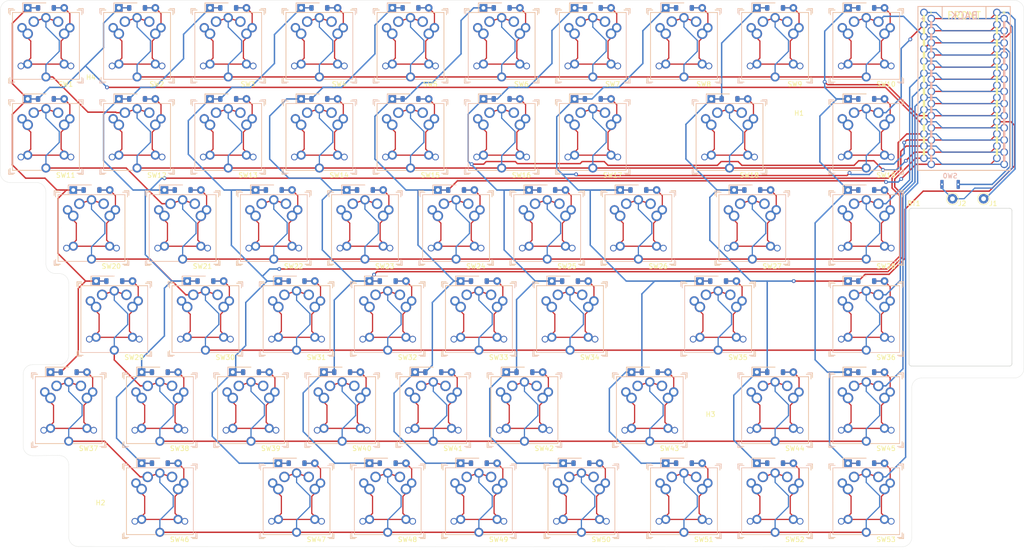
<source format=kicad_pcb>
(kicad_pcb (version 20240108) (generator "pcbnew") (generator_version "8.0")
  (layers (0 "F.Cu" signal) (31 "B.Cu" signal) (34 "B.Paste" user) (35 "F.Paste" user) (36 "B.SilkS" user "B.Silkscreen") (37 "F.SilkS" user "F.Silkscreen") (38 "B.Mask" user) (39 "F.Mask" user) (44 "Edge.Cuts" user))
  (net 0 "")
  (net 1 "/COL 5")
  (net 2 "/COL 4")
  (net 3 "/COL 3")
  (net 4 "/COL 2")
  (net 5 "/COL 1")
  (net 6 "/COL 0")
  (net 7 "/ROW 0")
  (net 8 "/ROW 1")
  (net 9 "/ROW 2")
  (net 10 "/ROW 4")
  (net 11 "/ROW 5")
  (net 12 "GND")
  (net 13 "Net-(U1-RST)")
  (net 14 "/ROW 3")
  (net 15 "+BATT")
  (net 16 "/COL 6")
  (net 18 "VCC")
  (net 21 "/COL 7")
  (net 22 "/COL 8")
  (footprint "Keyboard_CS:SW_UNIVERSAL_1.00u_PCB" (layer "F.Cu") (at 188.6997 44.3518)
    (property "Reference" "SW8")
    (property "Value" "~")
  )
  (footprint "Keyboard_CS:SW_UNIVERSAL_1.00u_PCB" (layer "F.Cu") (at 64.8747 82.4518)
    (property "Reference" "SW20")
    (property "Value" "~")
  )
  (footprint "Keyboard_CS:SW_UNIVERSAL_1.00u_PCB" (layer "F.Cu") (at 169.6497 44.3518)
    (property "Reference" "SW7")
    (property "Value" "~")
  )
  (footprint "Keyboard_CS:SW_UNIVERSAL_1.00u_PCB" (layer "F.Cu") (at 226.7997 139.6018)
    (property "Reference" "SW53")
    (property "Value" "~")
  )
  (footprint "Keyboard_CS:ProMicro_DUAL" (layer "F.Cu") (at 247.2467 53.8768 -90)
    (property "Reference" "U1" (hide yes))
    (property "Value" "~")
  )
  (footprint "Keyboard_CS:SW_UNIVERSAL_1.00u_PCB" (layer "F.Cu") (at 60.1122 120.5518)
    (property "Reference" "SW37")
    (property "Value" "~")
  )
  (footprint "Connector_Pin:Pin_D1.0mm_L10.0mm" (layer "F.Cu") (at 244.8247 76.3268)
    (property "Reference" "J2")
    (property "Value" "Conn_01x01_Pin")
  )
  (footprint "MountingHole:MountingHole_2.2mm_M2_DIN965" (layer "F.Cu") (at 212.7487 61.3268)
    (property "Reference" "H1")
    (property "Value" "MountingHole")
  )
  (footprint "Keyboard_CS:SW_UNIVERSAL_1.00u_PCB" (layer "F.Cu") (at 74.3997 44.3518)
    (property "Reference" "SW2")
    (property "Value" "~")
  )
  (footprint "Keyboard_CS:SW_UNIVERSAL_1.00u_PCB" (layer "F.Cu") (at 88.6872 101.5018)
    (property "Reference" "SW30")
    (property "Value" "~")
  )
  (footprint "Keyboard_CS:SW_UNIVERSAL_1.50u_PCB" (layer "F.Cu") (at 202.9872 82.4518)
    (property "Reference" "SW27")
    (property "Value" "~")
  )
  (footprint "Keyboard_CS:SW_UNIVERSAL_1.00u_PCB" (layer "F.Cu") (at 122.0247 82.4518)
    (property "Reference" "SW23")
    (property "Value" "~")
  )
  (footprint "Keyboard_CS:SW_UNIVERSAL_1.00u_PCB" (layer "F.Cu") (at 226.7997 44.3518)
    (property "Reference" "SW10")
    (property "Value" "~")
  )
  (footprint "Keyboard_CS:SW_UNIVERSAL_1.00u_PCB" (layer "F.Cu") (at 150.5997 63.4018)
    (property "Reference" "SW16")
    (property "Value" "~")
  )
  (footprint "Keyboard_CS:SW_UNIVERSAL_1.00u_PCB" (layer "F.Cu") (at 102.9747 82.4518)
    (property "Reference" "SW22")
    (property "Value" "~")
  )
  (footprint "Keyboard_CS:SW_UNIVERSAL_1.00u_PCB" (layer "F.Cu") (at 98.2122 120.5518)
    (property "Reference" "SW39")
    (property "Value" "~")
  )
  (footprint "Keyboard_CS:SW_UNIVERSAL_1.00u_PCB" (layer "F.Cu") (at 93.4497 63.4018)
    (property "Reference" "SW13")
    (property "Value" "~")
  )
  (footprint "Keyboard_CS:SW_UNIVERSAL_1.00u_PCB" (layer "F.Cu") (at 83.9247 82.4518)
    (property "Reference" "SW21")
    (property "Value" "~")
  )
  (footprint "Keyboard_CS:SW_UNIVERSAL_1.00u_PCB" (layer "F.Cu") (at 155.3622 120.5518)
    (property "Reference" "SW42")
    (property "Value" "~")
  )
  (footprint "Keyboard_CS:503020 battery hole" (layer "F.Cu") (at 235.7487 78.3268)
    (property "Reference" "BT1")
    (property "Value" "Battery_no_pin")
    (fp_line (start 0 32.5) (end 0 0.5) (stroke (width 0.12)) (layer "Edge.Cuts"))
    (fp_line (start 0.5 0) (end 21 0) (stroke (width 0.12)) (layer "Edge.Cuts"))
    (fp_line (start 21 33) (end 0.5 33) (stroke (width 0.12)) (layer "Edge.Cuts"))
    (fp_line (start 21.5 0.5) (end 21.5 32.5) (stroke (width 0.12)) (layer "Edge.Cuts"))
    (fp_arc (start 0 0.5) (mid 0.146447 0.146447) (end 0.5 0) (stroke (width 0.12)) (layer "Edge.Cuts"))
    (fp_arc (start 0.5 33) (mid 0.146447 32.853553) (end 0 32.5) (stroke (width 0.12)) (layer "Edge.Cuts"))
    (fp_arc (start 21 0) (mid 21.353553 0.146447) (end 21.5 0.5) (stroke (width 0.12)) (layer "Edge.Cuts"))
    (fp_arc (start 21.5 32.5) (mid 21.353553 32.853553) (end 21 33) (stroke (width 0.12)) (layer "Edge.Cuts"))
  )
  (footprint "Keyboard_CS:SW_UNIVERSAL_1.75u_PCB" (layer "F.Cu") (at 181.55595 120.5518)
    (property "Reference" "SW43")
    (property "Value" "~")
  )
  (footprint "MountingHole:MountingHole_2.2mm_M2_DIN965" (layer "F.Cu") (at 66.7487 142.8268)
    (property "Reference" "H2")
    (property "Value" "MountingHole")
  )
  (footprint "Keyboard_CS:SW_UNIVERSAL_1.00u_PCB" (layer "F.Cu") (at 112.4997 44.3518)
    (property "Reference" "SW4")
    (property "Value" "~")
  )
  (footprint "Keyboard_CS:SW_UNIVERSAL_1.00u_PCB" (layer "F.Cu") (at 169.6497 63.4018)
    (property "Reference" "SW17")
    (property "Value" "~")
  )
  (footprint "Keyboard_CS:SW_UNIVERSAL_1.00u_PCB" (layer "F.Cu") (at 55.3497 63.4018)
    (property "Reference" "SW11")
    (property "Value" "~")
  )
  (footprint "Keyboard_CS:SW_UNIVERSAL_1.00u_PCB" (layer "F.Cu") (at 126.7872 139.6018)
    (property "Reference" "SW48")
    (property "Value" "~")
  )
  (footprint "Keyboard_CS:SW_UNIVERSAL_1.00u_PCB" (layer "F.Cu") (at 131.5497 63.4018)
    (property "Reference" "SW15")
    (property "Value" "~")
  )
  (footprint "Keyboard_CS:SW_UNIVERSAL_1.00u_PCB" (layer "F.Cu") (at 179.1747 82.4518)
    (property "Reference" "SW26")
    (property "Value" "~")
  )
  (footprint "Keyboard_CS:SW_UNIVERSAL_1.00u_PCB" (layer "F.Cu") (at 141.0747 82.4518)
    (property "Reference" "SW24")
    (property "Value" "~")
  )
  (footprint "Keyboard_CS:SW_UNIVERSAL_2.00u_PCB" (layer "F.Cu") (at 79.1622 139.6018)
    (property "Reference" "SW46")
    (property "Value" "~")
  )
  (footprint "Keyboard_CS:SW_UNIVERSAL_1.00u_PCB" (layer "F.Cu") (at 226.7997 120.5518)
    (property "Reference" "SW45")
    (property "Value" "~")
  )
  (footprint "Keyboard_CS:SW_UNIVERSAL_1.00u_PCB" (layer "F.Cu") (at 207.7497 44.3518)
    (property "Reference" "SW9")
    (property "Value" "~")
  )
  (footprint "Keyboard_CS:SW_UNIVERSAL_1.00u_PCB" (layer "F.Cu") (at 207.7497 120.5518)
    (property "Reference" "SW44")
    (property "Value" "~")
  )
  (footprint "Keyboard_CS:SW_UNIVERSAL_1.00u_PCB" (layer "F.Cu") (at 226.7997 82.4518)
    (property "Reference" "SW28")
    (property "Value" "~")
  )
  (footprint "MountingHole:MountingHole_2.2mm_M2_DIN965" (layer "F.Cu") (at 194.2487 124.3268)
    (property "Reference" "H3")
    (property "Value" "MountingHole")
  )
  (footprint "Keyboard_CS:SW_UNIVERSAL_1.00u_PCB" (layer "F.Cu") (at 107.7372 139.6018)
    (property "Reference" "SW47")
    (property "Value" "~")
  )
  (footprint "Keyboard_CS:SW_UNIVERSAL_1.00u_PCB" (layer "F.Cu") (at 126.7872 101.5018)
    (property "Reference" "SW32")
    (property "Value" "~")
  )
  (footprint "Keyboard_CS:SW_UNIVERSAL_2.00u_PCB" (layer "F.Cu") (at 198.2247 63.4018)
    (property "Reference" "SW18")
    (property "Value" "~")
  )
  (footprint "Keyboard_CS:SW_UNIVERSAL_1.00u_PCB" (layer "F.Cu") (at 188.6997 139.6018)
    (property "Reference" "SW51")
    (property "Value" "~")
  )
  (footprint "Keyboard_CS:SW_UNIVERSAL_1.00u_PCB" (layer "F.Cu") (at 145.8372 139.6018)
    (property "Reference" "SW49")
    (property "Value" "~")
  )
  (footprint "Keyboard_CS:SW_UNIVERSAL_1.00u_PCB" (layer "F.Cu") (at 112.4997 63.4018)
    (property "Reference" "SW14")
    (property "Value" "~")
  )
  (footprint "Keyboard_CS:SW_UNIVERSAL_1.00u_PCB" (layer "F.Cu") (at 93.4497 44.3518)
    (property "Reference" "SW3")
    (property "Value" "~")
  )
  (footprint "Keyboard_CS:SW_UNIVERSAL_1.00u_PCB" (layer "F.Cu") (at 107.7372 101.5018)
    (property "Reference" "SW31")
    (property "Value" "~")
  )
  (footprint "Keyboard_CS:SW_UNIVERSAL_1.00u_PCB" (layer "F.Cu") (at 55.3497 44.3518)
    (property "Reference" "SW1")
    (property "Value" "~")
  )
  (footprint "Keyboard_CS:SW_UNIVERSAL_1.00u_PCB" (layer "F.Cu") (at 160.1247 82.4518)
    (property "Reference" "SW25")
    (property "Value" "~")
  )
  (footprint "Keyboard_CS:SW_UNIVERSAL_1.00u_PCB" (layer "F.Cu") (at 226.7997 63.4018)
    (property "Reference" "SW19")
    (property "Value" "~")
  )
  (footprint "Keyboard_CS:SW_UNIVERSAL_1.00u_PCB" (layer "F.Cu") (at 164.8872 101.5018)
    (property "Reference" "SW34")
    (property "Value" "~")
  )
  (footprint "Keyboard_CS:SW_UNIVERSAL_1.00u_PCB" (layer "F.Cu") (at 145.8372 101.5018)
    (property "Reference" "SW33")
    (property "Value" "~")
  )
  (footprint "Keyboard_CS:SW_UNIVERSAL_1.00u_PCB" (layer "F.Cu") (at 74.3997 63.4018)
    (property "Reference" "SW12")
    (property "Value" "~")
  )
  (footprint "Connector_Pin:Pin_D1.0mm_L10.0mm" (layer "F.Cu") (at 251.3247 76.3268)
    (property "Reference" "J1")
    (property "Value" "Conn_01x01_Pin")
  )
  (footprint "Keyboard_CS:SW_UNIVERSAL_1.00u_PCB" (layer "F.Cu") (at 150.5997 44.3518)
    (property "Reference" "SW6")
    (property "Value" "~")
  )
  (footprint "Keyboard_CS:SW_UNIVERSAL_1.00u_PCB" (layer "F.Cu") (at 207.7497 139.6018)
    (property "Reference" "SW52")
    (property "Value" "~")
  )
  (footprint "Keyboard_CS:SW_UNIVERSAL_1.00u_PCB" (layer "F.Cu") (at 167.26845 139.6018)
    (property "Reference" "SW50")
    (property "Value" "~")
  )
  (footprint "Keyboard_CS:SW_UNIVERSAL_1.00u_PCB" (layer "F.Cu") (at 226.7997 101.5018)
    (property "Reference" "SW36")
    (property "Value" "~")
  )
  (footprint "MountingHole:MountingHole_2.2mm_M2_DIN965" (layer "F.Cu") (at 64.7487 53.8268)
    (property "Reference" "H4")
    (property "Value" "MountingHole")
  )
  (footprint "Keyboard_CS:SW_UNIVERSAL_1.00u_PCB" (layer "F.Cu") (at 131.5497 44.3518)
    (property "Reference" "SW5")
    (property "Value" "~")
  )
  (footprint "Keyboard_CS:SW_UNIVERSAL_1.00u_PCB" (layer "F.Cu") (at 79.1622 120.5518)
    (property "Reference" "SW38")
    (property "Value" "~")
  )
  (footprint "Keyboard_CS:SW_UNIVERSAL_1.00u_PCB" (layer "F.Cu") (at 136.3122 120.5518)
    (property "Reference" "SW41")
    (property "Value" "~")
  )
  (footprint "Keyboard_CS:SW_UNIVERSAL_1.00u_PCB" (layer "F.Cu") (at 69.6372 101.5018)
    (property "Reference" "SW29")
    (property "Value" "~")
  )
  (footprint "Keyboard_CS:SW_UNIVERSAL_1.00u_PCB" (layer "F.Cu") (at 117.2622 120.5518)
    (property "Reference" "SW40")
    (property "Value" "~")
  )
  (footprint "Keyboard_CS:SW_UNIVERSAL_2.25u_PCB" (layer "F.Cu") (at 195.84345 101.5018)
    (property "Reference" "SW35")
    (property "Value" "~")
  )
  (footprint "Keyboard_CS:Reset_Switch" (layer "B.Cu") (at 244.3247 73.3268 180)
    (property "Reference" "SW0")
    (property "Value" "SW_Push")
  )
  (gr_line (start 257.7487 113.8268) (end 238.3247 113.8268) (stroke (width 0.05)) (layer "Edge.Cuts"))
  (gr_line (start 47.8247 34.8268) (end 257.7487 34.8268) (stroke (width 0.05)) (layer "Edge.Cuts"))
  (gr_line (start 58.1122 91.9768) (end 57.3497 91.9768) (stroke (width 0.05)) (layer "Edge.Cuts"))
  (gr_line (start 60.1122 132.0268) (end 60.1122 147.0768) (stroke (width 0.05)) (layer "Edge.Cuts"))
  (gr_arc (start 60.1122 109.0268) (mid 59.526414 110.441014) (end 58.1122 111.0268) (stroke (width 0.05)) (layer "Edge.Cuts"))
  (gr_line (start 60.1122 93.9768) (end 60.1122 109.0268) (stroke (width 0.05)) (layer "Edge.Cuts"))
  (gr_arc (start 58.1122 91.9768) (mid 59.526414 92.562586) (end 60.1122 93.9768) (stroke (width 0.05)) (layer "Edge.Cuts"))
  (gr_arc (start 259.7487 111.8268) (mid 259.162914 113.241014) (end 257.7487 113.8268) (stroke (width 0.05)) (layer "Edge.Cuts"))
  (gr_arc (start 45.8247 36.8268) (mid 46.410486 35.412586) (end 47.8247 34.8268) (stroke (width 0.05)) (layer "Edge.Cuts"))
  (gr_arc (start 52.5872 130.0768) (mid 51.172986 129.491014) (end 50.5872 128.0768) (stroke (width 0.05)) (layer "Edge.Cuts"))
  (gr_line (start 259.7487 36.8268) (end 259.7487 111.8268) (stroke (width 0.05)) (layer "Edge.Cuts"))
  (gr_arc (start 50.5872 113.0268) (mid 51.172986 111.612586) (end 52.5872 111.0268) (stroke (width 0.05)) (layer "Edge.Cuts"))
  (gr_arc (start 53.3497 72.9268) (mid 54.763914 73.512586) (end 55.3497 74.9268) (stroke (width 0.05)) (layer "Edge.Cuts"))
  (gr_arc (start 62.1122 149.0768) (mid 60.697986 148.491014) (end 60.1122 147.0768) (stroke (width 0.05)) (layer "Edge.Cuts"))
  (gr_line (start 52.5872 130.0768) (end 58.1122 130.0268) (stroke (width 0.05)) (layer "Edge.Cuts"))
  (gr_line (start 50.5872 113.0268) (end 50.5872 128.0768) (stroke (width 0.05)) (layer "Edge.Cuts"))
  (gr_line (start 236.3247 147.1268) (end 236.3247 115.8268) (stroke (width 0.05)) (layer "Edge.Cuts"))
  (gr_arc (start 47.8247 72.9268) (mid 46.410486 72.341014) (end 45.8247 70.9268) (stroke (width 0.05)) (layer "Edge.Cuts"))
  (gr_arc (start 236.3247 115.8268) (mid 236.910486 114.412586) (end 238.3247 113.8268) (stroke (width 0.05)) (layer "Edge.Cuts"))
  (gr_arc (start 57.3497 91.9768) (mid 55.935486 91.391014) (end 55.3497 89.9768) (stroke (width 0.05)) (layer "Edge.Cuts"))
  (gr_line (start 55.3497 74.9268) (end 55.3497 89.9768) (stroke (width 0.05)) (layer "Edge.Cuts"))
  (gr_line (start 58.1122 111.0268) (end 52.5872 111.0268) (stroke (width 0.05)) (layer "Edge.Cuts"))
  (gr_arc (start 257.7487 34.8268) (mid 259.162914 35.412586) (end 259.7487 36.8268) (stroke (width 0.05)) (layer "Edge.Cuts"))
  (gr_line (start 45.8247 36.8268) (end 45.8247 70.9268) (stroke (width 0.05)) (layer "Edge.Cuts"))
  (gr_arc (start 236.3247 147.1268) (mid 235.738914 148.541014) (end 234.3247 149.1268) (stroke (width 0.05)) (layer "Edge.Cuts"))
  (gr_arc (start 58.1122 130.0268) (mid 59.526414 130.612586) (end 60.1122 132.0268) (stroke (width 0.05)) (layer "Edge.Cuts"))
  (gr_line (start 53.3497 72.9268) (end 47.8247 72.9268) (stroke (width 0.05)) (layer "Edge.Cuts"))
  (gr_line (start 62.1122 149.0768) (end 234.3247 149.1268) (stroke (width 0.05)) (layer "Edge.Cuts"))
  (segment (start 146.818546 69.0978) (end 144.3372 69.0978) (width 0.3) (layer "F.Cu") (net 1))
  (segment (start 200.014373 68.5478) (end 196.4762 68.5478) (width 0.3) (layer "F.Cu") (net 1))
  (segment (start 230.2922 70.2918) (end 228.3872 68.3868) (width 0.3) (layer "F.Cu") (net 1))
  (segment (start 224.2512 69.3478) (end 200.814373 69.3478) (width 0.3) (layer "F.Cu") (net 1))
  (segment (start 200.814373 69.3478) (end 200.014373 68.5478) (width 0.3) (layer "F.Cu") (net 1))
  (segment (start 172.0332 68.5478) (end 167.4292 68.5478) (width 0.3) (layer "F.Cu") (net 1))
  (segment (start 172.8332 69.3478) (end 172.0332 68.5478) (width 0.3) (layer "F.Cu") (net 1))
  (segment (start 153.4572 68.5478) (end 147.368546 68.5478) (width 0.3) (layer "F.Cu") (net 1))
  (segment (start 236.880969 66.576796) (end 235.070965 68.3868) (width 0.3) (layer "F.Cu") (net 1))
  (segment (start 228.3872 68.3868) (end 225.2122 68.3868) (width 0.3) (layer "F.Cu") (net 1))
  (segment (start 225.2122 68.3868) (end 224.2512 69.3478) (width 0.3) (layer "F.Cu") (net 1))
  (segment (start 167.4292 68.5478) (end 166.996373 68.980627) (width 0.3) (layer "F.Cu") (net 1))
  (segment (start 147.368546 68.5478) (end 146.818546 69.0978) (width 0.3) (layer "F.Cu") (net 1))
  (segment (start 195.6762 69.3478) (end 172.8332 69.3478) (width 0.3) (layer "F.Cu") (net 1))
  (segment (start 196.4762 68.5478) (end 195.6762 69.3478) (width 0.3) (layer "F.Cu") (net 1))
  (segment (start 240.3887 66.576796) (end 236.880969 66.576796) (width 0.3) (layer "F.Cu") (net 1))
  (segment (start 153.890027 68.980627) (end 153.4572 68.5478) (width 0.3) (layer "F.Cu") (net 1))
  (segment (start 166.996373 68.980627) (end 153.890027 68.980627) (width 0.3) (layer "F.Cu") (net 1))
  (via (at 230.2922 70.2918) (size 0.8) (drill 0.4) (layers "F.Cu" "B.Cu") (net 1))
  (via (at 144.3372 69.0978) (size 0.8) (drill 0.4) (layers "F.Cu" "B.Cu") (net 1))
  (via (at 235.070965 68.3868) (size 0.8) (drill 0.4) (layers "F.Cu" "B.Cu") (net 1))
  (segment (start 157.5872 93.5518) (end 161.0772 93.5518) (width 0.3) (layer "B.Cu") (net 1))
  (segment (start 152.1122 53.0268) (end 156.1122 53.0268) (width 0.3) (layer "B.Cu") (net 1))
  (segment (start 157.6372 93.5518) (end 151.1122 87.0268) (width 0.3) (layer "B.Cu") (net 1))
  (segment (start 143.5988 68.5134) (end 143.5988 58.6427) (width 0.3) (layer "B.Cu") (net 1))
  (segment (start 233.165965 70.2918) (end 230.2922 70.2918) (width 0.3) (layer "B.Cu") (net 1))
  (segment (start 153.7372 131.6518) (end 148.1122 126.0268) (width 0.3) (layer "B.Cu") (net 1))
  (segment (start 156.1122 53.0268) (end 161.1122 48.0268) (width 0.3) (layer "B.Cu") (net 1))
  (segment (start 149.5872 74.5018) (end 143.5988 68.5134) (width 0.3) (layer "B.Cu") (net 1))
  (segment (start 161.1122 41.1293) (end 165.8397 36.4018) (width 0.3) (layer "B.Cu") (net 1))
  (segment (start 161.0772 93.5518) (end 157.6372 93.5518) (width 0.3) (layer "B.Cu") (net 1))
  (segment (start 156.3147 74.5018) (end 149.5872 74.5018) (width 0.3) (layer "B.Cu") (net 1))
  (segment (start 148.9497 55.4518) (end 149.6872 55.4518) (width 0.3) (layer "B.Cu") (net 1))
  (segment (start 161.1122 48.0268) (end 161.1122 41.1293) (width 0.3) (layer "B.Cu") (net 1))
  (segment (start 143.5988 58.6427) (end 146.7897 55.4518) (width 0.3) (layer "B.Cu") (net 1))
  (segment (start 153.7122 112.6018) (end 153.7122 97.4268) (width 0.3) (layer "B.Cu") (net 1))
  (segment (start 148.1122 116.0418) (end 151.5522 112.6018) (width 0.3) (layer "B.Cu") (net 1))
  (segment (start 235.070965 68.3868) (end 233.165965 70.2918) (width 0.3) (layer "B.Cu") (net 1))
  (segment (start 149.6872 55.4518) (end 152.1122 53.0268) (width 0.3) (layer "B.Cu") (net 1))
  (segment (start 151.1122 74.5018) (end 156.3147 74.5018) (width 0.3) (layer "B.Cu") (net 1))
  (segment (start 163.45845 131.6518) (end 153.7372 131.6518) (width 0.3) (layer "B.Cu") (net 1))
  (segment (start 148.1122 126.0268) (end 148.1122 116.0418) (width 0.3) (layer "B.Cu") (net 1))
  (segment (start 151.1122 87.0268) (end 151.1122 74.5018) (width 0.3) (layer "B.Cu") (net 1))
  (segment (start 153.7122 97.4268) (end 157.5872 93.5518) (width 0.3) (layer "B.Cu") (net 1))
  (segment (start 141.3457 72.5808) (end 139.4247 74.5018) (width 0.3) (layer "F.Cu") (net 2))
  (segment (start 237.182204 69.116796) (end 240.3887 69.116796) (width 0.3) (layer "F.Cu") (net 2))
  (segment (start 230.6762 72.5808) (end 141.3457 72.5808) (width 0.3) (layer "F.Cu") (net 2))
  (segment (start 234.1022 72.1968) (end 237.182204 69.116796) (width 0.3) (layer "F.Cu") (net 2))
  (segment (start 230.9272 72.8318) (end 230.6762 72.5808) (width 0.3) (layer "F.Cu") (net 2))
  (via (at 230.9272 72.8318) (size 0.8) (drill 0.4) (layers "F.Cu" "B.Cu") (net 2))
  (via (at 234.1022 72.1968) (size 0.8) (drill 0.4) (layers "F.Cu" "B.Cu") (net 2))
  (segment (start 144.7372 36.4018) (end 146.7897 36.4018) (width 0.3) (layer "B.Cu") (net 2))
  (segment (start 124.1122 59.0793) (end 127.7397 55.4518) (width 0.3) (layer "B.Cu") (net 2))
  (segment (start 133.1122 86.0268) (end 133.1122 74.5018) (width 0.3) (layer "B.Cu") (net 2))
  (segment (start 142.1122 39.0268) (end 144.7372 36.4018) (width 0.3) (layer "B.Cu") (net 2))
  (segment (start 137.2647 74.5018) (end 130.5872 74.5018) (width 0.3) (layer "B.Cu") (net 2))
  (segment (start 136.1122 111.1518) (end 136.1122 98.0268) (width 0.3) (layer "B.Cu") (net 2))
  (segment (start 129.8997 55.4518) (end 130.559096 55.4518) (width 0.3) (layer "B.Cu") (net 2))
  (segment (start 234.1022 72.1968) (end 233.4672 72.8318) (width 0.3) (layer "B.Cu") (net 2))
  (segment (start 133.984096 52.0268) (end 136.1122 52.0268) (width 0.3) (layer "B.Cu") (net 2))
  (segment (start 136.1122 52.0268) (end 142.1122 46.0268) (width 0.3) (layer "B.Cu") (net 2))
  (segment (start 136.1122 98.0268) (end 140.5872 93.5518) (width 0.3) (layer "B.Cu") (net 2))
  (segment (start 142.0272 131.6518) (end 134.7372 131.6518) (width 0.3) (layer "B.Cu") (net 2))
  (segment (start 142.1122 46.0268) (end 142.1122 39.0268) (width 0.3) (layer "B.Cu") (net 2))
  (segment (start 233.4672 72.8318) (end 230.9272 72.8318) (width 0.3) (layer "B.Cu") (net 2))
  (segment (start 134.6622 112.6018) (end 136.1122 111.1518) (width 0.3) (layer "B.Cu") (net 2))
  (segment (start 133.1122 74.5018) (end 137.2647 74.5018) (width 0.3) (layer "B.Cu") (net 2))
  (segment (start 128.1122 116.9918) (end 132.5022 112.6018) (width 0.3) (layer "B.Cu") (net 2))
  (segment (start 134.7372 131.6518) (end 128.1122 125.0268) (width 0.3) (layer "B.Cu") (net 2))
  (segment (start 128.1122 125.0268) (end 128.1122 116.9918) (width 0.3) (layer "B.Cu") (net 2))
  (segment (start 142.0272 93.5518) (end 140.6372 93.5518) (width 0.3) (layer "B.Cu") (net 2))
  (segment (start 124.1122 68.0268) (end 124.1122 59.0793) (width 0.3) (layer "B.Cu") (net 2))
  (segment (start 140.6372 93.5518) (end 133.1122 86.0268) (width 0.3) (layer "B.Cu") (net 2))
  (segment (start 130.559096 55.4518) (end 133.984096 52.0268) (width 0.3) (layer "B.Cu") (net 2))
  (segment (start 130.5872 74.5018) (end 124.1122 68.0268) (width 0.3) (layer "B.Cu") (net 2))
  (segment (start 140.5872 93.5518) (end 142.0272 93.5518) (width 0.3) (layer "B.Cu") (net 2))
  (segment (start 237.108174 67.8468) (end 238.8647 67.8468) (width 0.3) (layer "F.Cu") (net 3))
  (segment (start 232.7512 73.860602) (end 232.7512 72.203774) (width 0.3) (layer "F.Cu") (net 3))
  (segment (start 231.341674 91.5808) (end 234.3546 88.567874) (width 0.3) (layer "F.Cu") (net 3))
  (segment (start 123.9297 92.1993) (end 124.5482 91.5808) (width 0.3) (layer "F.Cu") (net 3))
  (segment (start 124.5482 91.5808) (end 231.341674 91.5808) (width 0.3) (layer "F.Cu") (net 3))
  (segment (start 234.3546 88.567874) (end 234.3546 75.464002) (width 0.3) (layer "F.Cu") (net 3))
  (segment (start 232.7512 72.203774) (end 237.108174 67.8468) (width 0.3) (layer "F.Cu") (net 3))
  (segment (start 234.3546 75.464002) (end 232.7512 73.860602) (width 0.3) (layer "F.Cu") (net 3))
  (via (at 123.9297 92.1993) (size 0.8) (drill 0.4) (layers "F.Cu" "B.Cu") (net 3))
  (segment (start 113.1122 87.0268) (end 113.1122 76.574454) (width 0.3) (layer "B.Cu") (net 3))
  (segment (start 119.6372 93.5518) (end 113.1122 87.0268) (width 0.3) (layer "B.Cu") (net 3))
  (segment (start 119.5872 93.5518) (end 122.9772 93.5518) (width 0.3) (layer "B.Cu") (net 3))
  (segment (start 124.1122 40.0293) (end 127.7397 36.4018) (width 0.3) (layer "B.Cu") (net 3))
  (segment (start 113.1122 76.574454) (end 115.184854 74.5018) (width 0.3) (layer "B.Cu") (net 3))
  (segment (start 123.9297 92.1993) (end 122.9772 93.1518) (width 0.3) (layer "B.Cu") (net 3))
  (segment (start 112.709854 72.0268) (end 106.1122 72.0268) (width 0.3) (layer "B.Cu") (net 3))
  (segment (start 102.1122 59.0268) (end 105.6872 55.4518) (width 0.3) (layer "B.Cu") (net 3))
  (segment (start 122.9772 131.6518) (end 115.7372 131.6518) (width 0.3) (layer "B.Cu") (net 3))
  (segment (start 115.6122 112.6018) (end 115.6122 97.5268) (width 0.3) (layer "B.Cu") (net 3))
  (segment (start 117.1122 53.0268) (end 124.1122 46.0268) (width 0.3) (layer "B.Cu") (net 3))
  (segment (start 109.1122 125.0268) (end 109.1122 116.9418) (width 0.3) (layer "B.Cu") (net 3))
  (segment (start 122.9772 93.1518) (end 122.9772 93.5518) (width 0.3) (layer "B.Cu") (net 3))
  (segment (start 115.184854 74.5018) (end 112.709854 72.0268) (width 0.3) (layer "B.Cu") (net 3))
  (segment (start 113.2747 53.0268) (end 117.1122 53.0268) (width 0.3) (layer "B.Cu") (net 3))
  (segment (start 110.8497 55.4518) (end 113.2747 53.0268) (width 0.3) (layer "B.Cu") (net 3))
  (segment (start 106.1122 72.0268) (end 102.1122 68.0268) (width 0.3) (layer "B.Cu") (net 3))
  (segment (start 124.1122 46.0268) (end 124.1122 40.0293) (width 0.3) (layer "B.Cu") (net 3))
  (segment (start 115.7372 131.6518) (end 109.1122 125.0268) (width 0.3) (layer "B.Cu") (net 3))
  (segment (start 115.6122 97.5268) (end 119.5872 93.5518) (width 0.3) (layer "B.Cu") (net 3))
  (segment (start 102.1122 68.0268) (end 102.1122 59.0268) (width 0.3) (layer "B.Cu") (net 3))
  (segment (start 105.6872 55.4518) (end 108.6897 55.4518) (width 0.3) (layer "B.Cu") (net 3))
  (segment (start 118.2147 74.5018) (end 115.184854 74.5018) (width 0.3) (layer "B.Cu") (net 3))
  (segment (start 122.9772 93.5518) (end 119.6372 93.5518) (width 0.3) (layer "B.Cu") (net 3))
  (segment (start 109.1122 116.9418) (end 113.4522 112.6018) (width 0.3) (layer "B.Cu") (net 3))
  (segment (start 234.0212 66.422828) (end 235.137228 65.3068) (width 0.3) (layer "F.Cu") (net 4))
  (segment (start 232.1972 74.090076) (end 232.1972 71.9743) (width 0.3) (layer "F.Cu") (net 4))
  (segment (start 235.137228 65.3068) (end 238.8647 65.3068) (width 0.3) (layer "F.Cu") (net 4))
  (segment (start 232.1972 71.9743) (end 234.0212 70.1503) (width 0.3) (layer "F.Cu") (net 4))
  (segment (start 233.8006 88.3384) (end 233.8006 75.693476) (width 0.3) (layer "F.Cu") (net 4))
  (segment (start 234.0212 70.1503) (end 234.0212 66.422828) (width 0.3) (layer "F.Cu") (net 4))
  (segment (start 231.1122 91.0268) (end 233.8006 88.3384) (width 0.3) (layer "F.Cu") (net 4))
  (segment (start 233.8006 75.693476) (end 232.1972 74.090076) (width 0.3) (layer "F.Cu") (net 4))
  (segment (start 104.1122 91.0268) (end 231.1122 91.0268) (width 0.3) (layer "F.Cu") (net 4))
  (via (at 104.1122 91.0268) (size 0.8) (drill 0.4) (layers "F.Cu" "B.Cu") (net 4))
  (segment (start 95.0112 109.1278) (end 97.1122 107.0268) (width 0.3) (layer "B.Cu") (net 4))
  (segment (start 103.9272 131.6518) (end 95.7372 131.6518) (width 0.3) (layer "B.Cu") (net 4))
  (segment (start 103.1122 48.0268) (end 103.1122 41.9793) (width 0.3) (layer "B.Cu") (net 4))
  (segment (start 94.1122 86.0768) (end 94.1122 74.5018) (width 0.3) (layer "B.Cu") (net 4))
  (segment (start 90.1122 126.0268) (end 90.1122 116.8918) (width 0.3) (layer "B.Cu") (net 4))
  (segment (start 94.1122 74.5018) (end 99.1647 74.5018) (width 0.3) (layer "B.Cu") (net 4))
  (segment (start 85.1122 67.036196) (end 92.577804 74.5018) (width 0.3) (layer "B.Cu") (net 4))
  (segment (start 94.4022 112.6018) (end 95.0112 111.9928) (width 0.3) (layer "B.Cu") (net 4))
  (segment (start 89.6397 55.4518) (end 85.1122 59.9793) (width 0.3) (layer "B.Cu") (net 4))
  (segment (start 85.1122 59.9793) (end 85.1122 67.036196) (width 0.3) (layer "B.Cu") (net 4))
  (segment (start 95.0112 111.9928) (end 95.0112 109.1278) (width 0.3) (layer "B.Cu") (net 4))
  (segment (start 92.577804 74.5018) (end 99.1647 74.5018) (width 0.3) (layer "B.Cu") (net 4))
  (segment (start 100.5872 92.5518) (end 102.1122 91.0268) (width 0.3) (layer "B.Cu") (net 4))
  (segment (start 100.5872 92.5518) (end 94.1122 86.0768) (width 0.3) (layer "B.Cu") (net 4))
  (segment (start 102.1122 91.0268) (end 104.1122 91.0268) (width 0.3) (layer "B.Cu") (net 4))
  (segment (start 101.5872 93.5518) (end 103.9272 93.5518) (width 0.3) (layer "B.Cu") (net 4))
  (segment (start 90.1122 116.8918) (end 94.4022 112.6018) (width 0.3) (layer "B.Cu") (net 4))
  (segment (start 97.1122 98.0268) (end 101.5872 93.5518) (width 0.3) (layer "B.Cu") (net 4))
  (segment (start 101.5872 93.5518) (end 100.5872 92.5518) (width 0.3) (layer "B.Cu") (net 4))
  (segment (start 103.1122 41.9793) (end 108.6897 36.4018) (width 0.3) (layer "B.Cu") (net 4))
  (segment (start 97.1122 107.0268) (end 97.1122 98.0268) (width 0.3) (layer "B.Cu") (net 4))
  (segment (start 91.7997 55.4518) (end 94.2247 53.0268) (width 0.3) (layer "B.Cu") (net 4))
  (segment (start 98.1122 53.0268) (end 103.1122 48.0268) (width 0.3) (layer "B.Cu") (net 4))
  (segment (start 95.7372 131.6518) (end 90.1122 126.0268) (width 0.3) (layer "B.Cu") (net 4))
  (segment (start 94.2247 53.0268) (end 98.1122 53.0268) (width 0.3) (layer "B.Cu") (net 4))
  (segment (start 235.2772 62.7668) (end 238.8647 62.7668) (width 0.3) (layer "F.Cu") (net 5))
  (segment (start 231.360226 72.0278) (end 233.4672 69.920826) (width 0.3) (layer "F.Cu") (net 5))
  (segment (start 230.7582 72.0278) (end 231.360226 72.0278) (width 0.3) (layer "F.Cu") (net 5))
  (segment (start 233.4672 64.5768) (end 235.2772 62.7668) (width 0.3) (layer "F.Cu") (net 5))
  (segment (start 80.1122 72.0268) (end 230.7572 72.0268) (width 0.3) (layer "F.Cu") (net 5))
  (segment (start 230.7572 72.0268) (end 230.7582 72.0278) (width 0.3) (layer "F.Cu") (net 5))
  (segment (start 75.3522 131.6518) (end 76.5622 131.6518) (width 0.3) (layer "F.Cu") (net 5))
  (segment (start 233.4672 69.920826) (end 233.4672 64.5768) (width 0.3) (layer "F.Cu") (net 5))
  (via (at 80.1122 72.0268) (size 0.8) (drill 0.4) (layers "F.Cu" "B.Cu") (net 5))
  (segment (start 76.1122 88.0268) (end 76.1122 74.5018) (width 0.3) (layer "B.Cu") (net 5))
  (segment (start 67.3988 58.6427) (end 70.5897 55.4518) (width 0.3) (layer "B.Cu") (net 5))
  (segment (start 75.3522 131.6518) (end 70.1122 126.4118) (width 0.3) (layer "B.Cu") (net 5))
  (segment (start 80.1122 95.0268) (end 81.5872 93.5518) (width 0.3) (layer "B.Cu") (net 5))
  (segment (start 80.1147 74.5018) (end 73.552804 74.5018) (width 0.3) (layer "B.Cu") (net 5))
  (segment (start 70.1122 126.4118) (end 70.1122 117.8418) (width 0.3) (layer "B.Cu") (net 5))
  (segment (start 67.3988 68.347796) (end 67.3988 58.6427) (width 0.3) (layer "B.Cu") (net 5))
  (segment (start 73.552804 74.5018) (end 67.3988 68.347796) (width 0.3) (layer "B.Cu") (net 5))
  (segment (start 78.1122 53.0268) (end 84.1122 47.0268) (width 0.3) (layer "B.Cu") (net 5))
  (segment (start 77.1122 74.5018) (end 80.1147 74.5018) (width 0.3) (layer "B.Cu") (net 5))
  (segment (start 81.6372 93.5518) (end 76.1122 88.0268) (width 0.3) (layer "B.Cu") (net 5))
  (segment (start 80.1122 105.0268) (end 80.1122 95.0268) (width 0.3) (layer "B.Cu") (net 5))
  (segment (start 84.1122 41.9293) (end 89.6397 36.4018) (width 0.3) (layer "B.Cu") (net 5))
  (segment (start 79.5872 72.0268) (end 77.1122 74.5018) (width 0.3) (layer "B.Cu") (net 5))
  (segment (start 80.1122 72.0268) (end 79.5872 72.0268) (width 0.3) (layer "B.Cu") (net 5))
  (segment (start 84.1122 47.0268) (end 84.1122 41.9293) (width 0.3) (layer "B.Cu") (net 5))
  (segment (start 70.1122 117.8418) (end 75.3522 112.6018) (width 0.3) (layer "B.Cu") (net 5))
  (segment (start 76.1122 74.5018) (end 77.1122 74.5018) (width 0.3) (layer "B.Cu") (net 5))
  (segment (start 72.7497 55.4518) (end 75.1747 53.0268) (width 0.3) (layer "B.Cu") (net 5))
  (segment (start 81.5872 93.5518) (end 84.8772 93.5518) (width 0.3) (layer "B.Cu") (net 5))
  (segment (start 84.8772 93.5518) (end 81.6372 93.5518) (width 0.3) (layer "B.Cu") (net 5))
  (segment (start 75.3522 112.6018) (end 75.3522 109.7868) (width 0.3) (layer "B.Cu") (net 5))
  (segment (start 75.3522 109.7868) (end 80.1122 105.0268) (width 0.3) (layer "B.Cu") (net 5))
  (segment (start 75.1747 53.0268) (end 78.1122 53.0268) (width 0.3) (layer "B.Cu") (net 5))
  (segment (start 48.3488 69.2634) (end 48.3488 58.6427) (width 0.3) (layer "F.Cu") (net 6))
  (segment (start 57.8738 76.2652) (end 59.6372 74.5018) (width 0.3) (layer "F.Cu") (net 6))
  (segment (start 48.3488 58.6427) (end 51.5397 55.4518) (width 0.3) (layer "F.Cu") (net 6))
  (segment (start 57.8738 87.7884) (end 57.8738 76.2652) (width 0.3) (layer "F.Cu") (net 6))
  (segment (start 48.3488 52.2609) (end 48.3488 39.5927) (width 0.3) (layer "F.Cu") (net 6))
  (segment (start 63.6372 93.5518) (end 57.8738 87.7884) (width 0.3) (layer "F.Cu") (net 6))
  (segment (start 230.8072 53.0268) (end 238.0072 60.2268) (width 0.3) (layer "F.Cu") (net 6))
  (segment (start 55.161308 72.0268) (end 51.1122 72.0268) (width 0.3) (layer "F.Cu") (net 6))
  (segment (start 51.1122 72.0268) (end 48.3488 69.2634) (width 0.3) (layer "F.Cu") (net 6))
  (segment (start 65.8272 93.5518) (end 63.6372 93.5518) (width 0.3) (layer "F.Cu") (net 6))
  (segment (start 238.0072 60.2268) (end 238.8647 60.2268) (width 0.3) (layer "F.Cu") (net 6))
  (segment (start 68.1122 53.0268) (end 230.8072 53.0268) (width 0.3) (layer "F.Cu") (net 6))
  (segment (start 62.1122 108.9518) (end 62.1122 95.0768) (width 0.3) (layer "F.Cu") (net 6))
  (segment (start 61.0647 74.5018) (end 57.636308 74.5018) (width 0.3) (layer "F.Cu") (net 6))
  (segment (start 59.6372 74.5018) (end 61.0647 74.5018) (width 0.3) (layer "F.Cu") (net 6))
  (segment (start 51.5397 55.4518) (end 48.3488 52.2609) (width 0.3) (layer "F.Cu") (net 6))
  (segment (start 62.1122 95.0768) (end 63.6372 93.5518) (width 0.3) (layer "F.Cu") (net 6))
  (segment (start 57.636308 74.5018) (end 55.161308 72.0268) (width 0.3) (layer "F.Cu") (net 6))
  (segment (start 58.4622 112.6018) (end 62.1122 108.9518) (width 0.3) (layer "F.Cu") (net 6))
  (segment (start 48.3488 39.5927) (end 51.5397 36.4018) (width 0.3) (layer "F.Cu") (net 6))
  (via (at 68.1122 53.0268) (size 0.8) (drill 0.4) (layers "F.Cu" "B.Cu") (net 6))
  (segment (start 68.1122 53.0268) (end 63.6122 48.5268) (width 0.3) (layer "B.Cu") (net 6))
  (segment (start 56.1247 53.0268) (end 53.6997 55.4518) (width 0.3) (layer "B.Cu") (net 6))
  (segment (start 70.5897 36.4018) (end 67.3988 39.5927) (width 0.3) (layer "B.Cu") (net 6))
  (segment (start 67.3988 44.7402) (end 63.6122 48.5268) (width 0.3) (layer "B.Cu") (net 6))
  (segment (start 63.6122 48.5268) (end 59.1122 53.0268) (width 0.3) (layer "B.Cu") (net 6))
  (segment (start 67.3988 39.5927) (end 67.3988 44.7402) (width 0.3) (layer "B.Cu") (net 6))
  (segment (start 59.1122 53.0268) (end 56.1247 53.0268) (width 0.3) (layer "B.Cu") (net 6))
  (segment (start 226.7997 50.8518) (end 74.3997 50.8518) (width 0.3) (layer "F.Cu") (net 7))
  (segment (start 234.589701 38.171801) (end 238.8647 42.4468) (width 0.3) (layer "B.Cu") (net 7))
  (segment (start 230.439699 38.171801) (end 234.589701 38.171801) (width 0.3) (layer "B.Cu") (net 7))
  (segment (start 229.3397 39.2718) (end 230.439699 38.171801) (width 0.3) (layer "B.Cu") (net 7))
  (segment (start 71.8597 58.3218) (end 70.084043 58.3218) (width 0.3) (layer "F.Cu") (net 8))
  (segment (start 56.7737 50.8518) (end 55.3497 50.8518) (width 0.3) (layer "F.Cu") (net 8))
  (segment (start 70.084043 58.3218) (end 69.975043 58.2128) (width 0.3) (layer "F.Cu") (net 8))
  (segment (start 236.0072 42.9868) (end 236.0072 42.7643) (width 0.3) (layer "F.Cu") (net 8))
  (segment (start 236.0072 42.7643) (end 238.8647 39.9068) (width 0.3) (layer "F.Cu") (net 8))
  (segment (start 226.7997 69.9018) (end 74.3997 69.9018) (width 0.3) (layer "F.Cu") (net 8))
  (segment (start 64.1347 58.2128) (end 56.7737 50.8518) (width 0.3) (layer "F.Cu") (net 8))
  (segment (start 69.975043 58.2128) (end 64.1347 58.2128) (width 0.3) (layer "F.Cu") (net 8))
  (via (at 236.0072 42.9868) (size 0.8) (drill 0.4) (layers "F.Cu" "B.Cu") (net 8))
  (segment (start 236.0072 42.9868) (end 234.1022 44.8918) (width 0.3) (layer "B.Cu") (net 8))
  (segment (start 230.895334 58.3218) (end 229.3397 58.3218) (width 0.3) (layer "B.Cu") (net 8))
  (segment (start 234.1022 44.8918) (end 234.1022 55.114934) (width 0.3) (layer "B.Cu") (net 8))
  (segment (start 234.1022 55.114934) (end 230.895334 58.3218) (width 0.3) (layer "B.Cu") (net 8))
  (segment (start 81.3847 77.3718) (end 79.609043 77.3718) (width 0.3) (layer "F.Cu") (net 9))
  (segment (start 79.609043 77.3718) (end 72.139043 69.9018) (width 0.3) (layer "F.Cu") (net 9))
  (segment (start 72.139043 69.9018) (end 55.3497 69.9018) (width 0.3) (layer "F.Cu") (net 9))
  (segment (start 226.7997 88.9518) (end 83.9247 88.9518) (width 0.3) (layer "F.Cu") (net 9))
  (segment (start 235.874965 53.056535) (end 238.8647 50.0668) (width 0.3) (layer "B.Cu") (net 9))
  (segment (start 235.874965 72.392169) (end 235.874965 53.056535) (width 0.3) (layer "B.Cu") (net 9))
  (segment (start 230.895334 77.3718) (end 235.874965 72.392169) (width 0.3) (layer "B.Cu") (net 9))
  (segment (start 229.3397 77.3718) (end 230.895334 77.3718) (width 0.3) (layer "B.Cu") (net 9))
  (segment (start 76.6222 115.4718) (end 75.066566 115.4718) (width 0.3) (layer "F.Cu") (net 10))
  (segment (start 75.066566 115.4718) (end 69.6372 110.042434) (width 0.3) (layer "F.Cu") (net 10))
  (segment (start 69.6372 110.042434) (end 69.6372 108.0018) (width 0.3) (layer "F.Cu") (net 10))
  (segment (start 226.7997 127.0518) (end 79.1622 127.0518) (width 0.3) (layer "F.Cu") (net 10))
  (segment (start 236.982965 57.028535) (end 238.8647 55.1468) (width 0.3) (layer "B.Cu") (net 10))
  (segment (start 236.982965 72.851117) (end 236.982965 57.028535) (width 0.3) (layer "B.Cu") (net 10))
  (segment (start 230.895334 115.4718) (end 234.473955 111.893179) (width 0.3) (layer "B.Cu") (net 10))
  (segment (start 229.3397 115.4718) (end 230.895334 115.4718) (width 0.3) (layer "B.Cu") (net 10))
  (segment (start 234.473955 75.360127) (end 236.982965 72.851117) (width 0.3) (layer "B.Cu") (net 10))
  (segment (start 234.473955 111.893179) (end 234.473955 75.360127) (width 0.3) (layer "B.Cu") (net 10))
  (segment (start 76.6222 134.5218) (end 75.066566 134.5218) (width 0.3) (layer "F.Cu") (net 11))
  (segment (start 67.596566 127.0518) (end 60.1122 127.0518) (width 0.3) (layer "F.Cu") (net 11))
  (segment (start 226.7997 146.1018) (end 79.1622 146.1018) (width 0.3) (layer "F.Cu") (net 11))
  (segment (start 75.066566 134.5218) (end 67.596566 127.0518) (width 0.3) (layer "F.Cu") (net 11))
  (segment (start 229.3397 134.5218) (end 230.895334 134.5218) (width 0.3) (layer "B.Cu") (net 11))
  (segment (start 230.895334 134.5218) (end 235.027955 130.389179) (width 0.3) (layer "B.Cu") (net 11))
  (segment (start 235.027955 130.389179) (end 235.027955 75.589601) (width 0.3) (layer "B.Cu") (net 11))
  (segment (start 237.536965 73.080591) (end 237.536965 59.014535) (width 0.3) (layer "B.Cu") (net 11))
  (segment (start 237.536965 59.014535) (end 238.8647 57.6868) (width 0.3) (layer "B.Cu") (net 11))
  (segment (start 235.027955 75.589601) (end 237.536965 73.080591) (width 0.3) (layer "B.Cu") (net 11))
  (segment (start 238.8647 44.9868) (end 238.8647 47.5268) (width 0.3) (layer "F.Cu") (net 12))
  (segment (start 240.3887 43.716796) (end 240.134704 43.716796) (width 0.3) (layer "F.Cu") (net 12))
  (segment (start 254.1047 42.4468) (end 256.06141 42.4468) (width 0.3) (layer "F.Cu") (net 12))
  (segment (start 256.9622 41.54601) (end 256.9622 39.9703) (width 0.3) (layer "F.Cu") (net 12))
  (segment (start 242.6247 73.3268) (end 242.6247 74.1268) (width 0.25) (layer "F.Cu") (net 12))
  (segment (start 256.06141 42.4468) (end 256.9622 41.54601) (width 0.3) (layer "F.Cu") (net 12))
  (segment (start 256.9622 39.9703) (end 255.6287 38.6368) (width 0.3) (layer "F.Cu") (net 12))
  (segment (start 240.134704 43.716796) (end 238.8647 44.9868) (width 0.3) (layer "F.Cu") (net 12))
  (segment (start 238.4447 37.3668) (end 240.032198 37.3668) (width 0.25) (layer "B.Cu") (net 12))
  (segment (start 242.6247 74.1268) (end 244.8247 76.3268) (width 0.25) (layer "B.Cu") (net 12))
  (segment (start 242.6247 73.3268) (end 242.6247 74.1268) (width 0.25) (layer "B.Cu") (net 12))
  (segment (start 249.4737 74.1018) (end 253.1522 74.1018) (width 0.25) (layer "B.Cu") (net 12))
  (segment (start 257.3617 69.8923) (end 257.3617 40.3698) (width 0.25) (layer "B.Cu") (net 12))
  (segment (start 257.3617 40.3698) (end 255.6287 38.6368) (width 0.25) (layer "B.Cu") (net 12))
  (segment (start 244.8247 76.3268) (end 247.2487 76.3268) (width 0.25) (layer "B.Cu") (net 12))
  (segment (start 253.1522 74.1018) (end 257.3617 69.8923) (width 0.25) (layer "B.Cu") (net 12))
  (segment (start 247.2487 76.3268) (end 249.4737 74.1018) (width 0.25) (layer "B.Cu") (net 12))
  (segment (start 240.032198 37.3668) (end 240.0322 37.366802) (width 0.25) (layer "B.Cu") (net 12))
  (segment (start 253.12141 73.3268) (end 256.8327 69.61551) (width 0.3) (layer "B.Cu") (net 13))
  (segment (start 256.8327 69.61551) (end 256.8327 45.758082) (width 0.3) (layer "B.Cu") (net 13))
  (segment (start 246.0247 73.3268) (end 253.12141 73.3268) (width 0.3) (layer "B.Cu") (net 13))
  (segment (start 256.8327 45.758082) (end 256.061418 44.9868) (width 0.3) (layer "B.Cu") (net 13))
  (segment (start 256.061418 44.9868) (end 254.1047 44.9868) (width 0.3) (layer "B.Cu") (net 13))
  (segment (start 77.121566 88.9518) (end 64.8747 88.9518) (width 0.3) (layer "F.Cu") (net 14))
  (segment (start 84.591566 96.4218) (end 77.121566 88.9518) (width 0.3) (layer "F.Cu") (net 14))
  (segment (start 226.7997 108.0018) (end 88.6872 108.0018) (width 0.3) (layer "F.Cu") (net 14))
  (segment (start 86.1472 96.4218) (end 84.591566 96.4218) (width 0.3) (layer "F.Cu") (net 14))
  (segment (start 236.428965 72.621643) (end 236.428965 55.042535) (width 0.3) (layer "B.Cu") (net 14))
  (segment (start 236.428965 55.042535) (end 238.8647 52.6068) (width 0.3) (layer "B.Cu") (net 14))
  (segment (start 229.3397 96.4218) (end 230.895334 96.4218) (width 0.3) (layer "B.Cu") (net 14))
  (segment (start 233.919955 93.397179) (end 233.919955 75.130653) (width 0.3) (layer "B.Cu") (net 14))
  (segment (start 233.919955 75.130653) (end 236.428965 72.621643) (width 0.3) (layer "B.Cu") (net 14))
  (segment (start 230.895334 96.4218) (end 233.919955 93.397179) (width 0.3) (layer "B.Cu") (net 14))
  (segment (start 256.4222 37.3668) (end 254.1047 37.3668) (width 0.3) (layer "B.Cu") (net 15))
  (segment (start 257.8907 38.8353) (end 256.4222 37.3668) (width 0.3) (layer "B.Cu") (net 15))
  (segment (start 251.675318 76.3268) (end 257.8907 70.111418) (width 0.3) (layer "B.Cu") (net 15))
  (segment (start 251.3247 76.3268) (end 251.675318 76.3268) (width 0.3) (layer "B.Cu") (net 15))
  (segment (start 257.8907 70.111418) (end 257.8907 38.8353) (width 0.3) (layer "B.Cu") (net 15))
  (segment (start 222.7612 71.4728) (end 223.3072 70.9268) (width 0.3) (layer "F.Cu") (net 16))
  (segment (start 166.4072 71.4728) (end 222.7612 71.4728) (width 0.3) (layer "F.Cu") (net 16))
  (segment (start 234.7302 64.5768) (end 235.270204 64.036796) (width 0.3) (layer "F.Cu") (net 16))
  (segment (start 166.1572 71.2228) (end 166.4072 71.4728) (width 0.3) (layer "F.Cu") (net 16))
  (segment (start 235.270204 64.036796) (end 240.3887 64.036796) (width 0.3) (layer "F.Cu") (net 16))
  (via (at 234.7302 64.5768) (size 0.8) (drill 0.4) (layers "F.Cu" "B.Cu") (net 16))
  (via (at 223.3072 70.9268) (size 0.8) (drill 0.4) (layers "F.Cu" "B.Cu") (net 16))
  (via (at 166.1572 71.2228) (size 0.8) (drill 0.4) (layers "F.Cu" "B.Cu") (net 16))
  (segment (start 223.6362 71.2558) (end 223.3072 70.9268) (width 0.3) (layer "B.Cu") (net 16))
  (segment (start 162.9972 70.9118) (end 162.1122 70.0268) (width 0.3) (layer "B.Cu") (net 16))
  (segment (start 173.1122 116.0268) (end 176.5372 112.6018) (width 0.3) (layer "B.Cu") (net 16))
  (segment (start 179.90595 112.6018) (end 179.90595 96.23305) (width 0.3) (layer "B.Cu") (net 16))
  (segment (start 184.8897 131.6518) (end 179.7372 131.6518) (width 0.3) (layer "B.Cu") (net 16))
  (segment (start 166.1572 71.2228) (end 163.3082 71.2228) (width 0.3) (layer "B.Cu") (net 16))
  (segment (start 229.601825 69.077175) (end 227.4232 71.2558) (width 0.3) (layer "B.Cu") (net 16))
  (segment (start 180.1122 48.0268) (end 180.1122 41.1793) (width 0.3) (layer "B.Cu") (net 16))
  (segment (start 163.3082 71.2228) (end 162.9972 70.9118) (width 0.3) (layer "B.Cu") (net 16))
  (segment (start 173.1122 125.0268) (end 173.1122 116.0268) (width 0.3) (layer "B.Cu") (net 16))
  (segment (start 169.1122 74.5018) (end 175.3647 74.5018) (width 0.3) (layer "B.Cu") (net 16))
  (segment (start 162.1122 70.0268) (end 162.1122 59.1793) (width 0.3) (layer "B.Cu") (net 16))
  (segment (start 175.1122 53.0268) (end 180.1122 48.0268) (width 0.3) (layer "B.Cu") (net 16))
  (segment (start 171.895426 53.0268) (end 175.1122 53.0268) (width 0.3) (layer "B.Cu") (net 16))
  (segment (start 180.1122 41.1793) (end 184.8897 36.4018) (width 0.3) (layer "B.Cu") (net 16))
  (segment (start 166.5872 74.5018) (end 162.9972 70.9118) (width 0.3) (layer "B.Cu") (net 16))
  (segment (start 175.3647 74.5018) (end 166.5872 74.5018) (width 0.3) (layer "B.Cu") (net 16))
  (segment (start 227.4232 71.2558) (end 223.6362 71.2558) (width 0.3) (layer "B.Cu") (net 16))
  (segment (start 234.7302 64.5768) (end 234.7302 66.896441) (width 0.3) (layer "B.Cu") (net 16))
  (segment (start 176.5372 112.6018) (end 177.74595 112.6018) (width 0.3) (layer "B.Cu") (net 16))
  (segment (start 179.7372 131.6518) (end 173.1122 125.0268) (width 0.3) (layer "B.Cu") (net 16))
  (segment (start 167.9997 55.4518) (end 169.470426 55.4518) (width 0.3) (layer "B.Cu") (net 16))
  (segment (start 169.470426 55.4518) (end 171.895426 53.0268) (width 0.3) (layer "B.Cu") (net 16))
  (segment (start 176.6372 93.5518) (end 169.1122 86.0268) (width 0.3) (layer "B.Cu") (net 16))
  (segment (start 169.1122 86.0268) (end 169.1122 74.5018) (width 0.3) (layer "B.Cu") (net 16))
  (segment (start 179.90595 96.23305) (end 182.5872 93.5518) (width 0.3) (layer "B.Cu") (net 16))
  (segment (start 182.5872 93.5518) (end 192.03345 93.5518) (width 0.3) (layer "B.Cu") (net 16))
  (segment (start 232.549466 69.077175) (end 229.601825 69.077175) (width 0.3) (layer "B.Cu") (net 16))
  (segment (start 192.03345 93.5518) (end 176.6372 93.5518) (width 0.3) (layer "B.Cu") (net 16))
  (segment (start 234.7302 66.896441) (end 232.549466 69.077175) (width 0.3) (layer "B.Cu") (net 16))
  (segment (start 162.1122 59.1793) (end 165.8397 55.4518) (width 0.3) (layer "B.Cu") (net 16))
  (segment (start 231.571148 92.1348) (end 226.5667 92.1348) (width 0.3) (layer "F.Cu") (net 21))
  (segment (start 252.5172 74.7368) (end 238.708308 74.7368) (width 0.3) (layer "F.Cu") (net 21))
  (segment (start 238.708308 74.7368) (end 234.9086 78.536508) (width 0.3) (layer "F.Cu") (net 21))
  (segment (start 257.0572 60.2268) (end 257.8247 60.9943) (width 0.3) (layer "F.Cu") (net 21))
  (segment (start 254.1047 60.2268) (end 257.0572 60.2268) (width 0.3) (layer "F.Cu") (net 21))
  (segment (start 226.5667 92.1348) (end 225.1497 93.5518) (width 0.3) (layer "F.Cu") (net 21))
  (segment (start 211.6372 93.5518) (end 222.9897 93.5518) (width 0.3) (layer "F.Cu") (net 21))
  (segment (start 234.9086 78.536508) (end 234.9086 88.797348) (width 0.3) (layer "F.Cu") (net 21))
  (segment (start 257.8247 60.9943) (end 257.8247 69.4293) (width 0.3) (layer "F.Cu") (net 21))
  (segment (start 257.8247 69.4293) (end 252.5172 74.7368) (width 0.3) (layer "F.Cu") (net 21))
  (segment (start 234.9086 88.797348) (end 231.571148 92.1348) (width 0.3) (layer "F.Cu") (net 21))
  (via (at 211.6372 93.5518) (size 0.8) (drill 0.4) (layers "F.Cu" "B.Cu") (net 21))
  (segment (start 196.5747 55.4518) (end 196.5747 43.7668) (width 0.3) (layer "B.Cu") (net 21))
  (segment (start 199.1122 117.4293) (end 203.9397 112.6018) (width 0.3) (layer "B.Cu") (net 21))
  (segment (start 202.6372 93.5518) (end 194.1122 85.0268) (width 0.3) (layer "B.Cu") (net 21))
  (segment (start 206.0997 112.6018) (end 206.0997 93.5643) (width 0.3) (layer "B.Cu") (net 21))
  (segment (start 195.6372 74.5018) (end 199.1772 74.5018) (width 0.3) (layer "B.Cu") (net 21))
  (segment (start 203.9397 131.6518) (end 199.1122 126.8243) (width 0.3) (layer "B.Cu") (net 21))
  (segment (start 195.5872 74.5018) (end 199.1772 74.5018) (width 0.3) (layer "B.Cu") (net 21))
  (segment (start 194.4147 55.4518) (end 189.1122 60.7543) (width 0.3) (layer "B.Cu") (net 21))
  (segment (start 194.1122 76.0268) (end 195.6372 74.5018) (width 0.3) (layer "B.Cu") (net 21))
  (segment (start 189.1122 60.7543) (end 189.1122 68.0268) (width 0.3) (layer "B.Cu") (net 21))
  (segment (start 199.1122 126.8243) (end 199.1122 117.4293) (width 0.3) (layer "B.Cu") (net 21))
  (segment (start 194.1122 85.0268) (end 194.1122 76.0268) (width 0.3) (layer "B.Cu") (net 21))
  (segment (start 196.5747 43.7668) (end 203.9397 36.4018) (width 0.3) (layer "B.Cu") (net 21))
  (segment (start 189.1122 68.0268) (end 195.5872 74.5018) (width 0.3) (layer "B.Cu") (net 21))
  (segment (start 211.6372 93.5518) (end 202.6372 93.5518) (width 0.3) (layer "B.Cu") (net 21))
  (segment (start 237.584589 58.956796) (end 240.3887 58.956796) (width 0.3) (layer "F.Cu") (net 22))
  (segment (start 231.100593 52.4728) (end 237.584589 58.956796) (width 0.3) (layer "F.Cu") (net 22))
  (segment (start 218.1122 51.8768) (end 218.7082 52.4728) (width 0.3) (layer "F.Cu") (net 22))
  (segment (start 218.7082 52.4728) (end 231.100593 52.4728) (width 0.3) (layer "F.Cu") (net 22))
  (via (at 218.1122 51.8768) (size 0.8) (drill 0.4) (layers "F.Cu" "B.Cu") (net 22))
  (segment (start 222.9897 55.4518) (end 220.5372 55.4518) (width 0.3) (layer "B.Cu") (net 22))
  (segment (start 222.9897 112.6018) (end 218.6872 112.6018) (width 0.3) (layer "B.Cu") (net 22))
  (segment (start 217.1122 68.6243) (end 217.1122 59.0268) (width 0.3) (layer "B.Cu") (net 22))
  (segment (start 222.9897 131.6518) (end 219.1122 127.7743) (width 0.3) (layer "B.Cu") (net 22))
  (segment (start 216.1122 110.0268) (end 216.1122 81.3793) (width 0.3) (layer "B.Cu") (net 22))
  (segment (start 219.1122 127.7743) (end 219.1122 112.6018) (width 0.3) (layer "B.Cu") (net 22))
  (segment (start 220.6872 55.4518) (end 222.9897 55.4518) (width 0.3) (layer "B.Cu") (net 22))
  (segment (start 218.6872 112.6018) (end 216.1122 110.0268) (width 0.3) (layer "B.Cu") (net 22))
  (segment (start 219.1122 112.6018) (end 222.9897 112.6018) (width 0.3) (layer "B.Cu") (net 22))
  (segment (start 218.1122 41.2793) (end 222.9897 36.4018) (width 0.3) (layer "B.Cu") (net 22))
  (segment (start 220.5372 55.4518) (end 218.1122 53.0268) (width 0.3) (layer "B.Cu") (net 22))
  (segment (start 216.1122 81.3793) (end 222.9897 74.5018) (width 0.3) (layer "B.Cu") (net 22))
  (segment (start 217.1122 59.0268) (end 220.6872 55.4518) (width 0.3) (layer "B.Cu") (net 22))
  (segment (start 218.1122 51.8768) (end 218.1122 41.2793) (width 0.3) (layer "B.Cu") (net 22))
  (segment (start 222.9897 74.5018) (end 217.1122 68.6243) (width 0.3) (layer "B.Cu") (net 22))
  (segment (start 218.1122 53.0268) (end 218.1122 51.8768) (width 0.3) (layer "B.Cu") (net 22))
)
</source>
